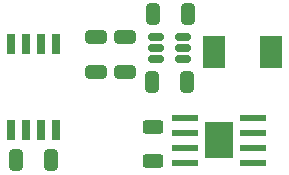
<source format=gbr>
%TF.GenerationSoftware,KiCad,Pcbnew,7.0.2-0*%
%TF.CreationDate,2023-04-20T17:34:09-07:00*%
%TF.ProjectId,RagGuard_V1,52616747-7561-4726-945f-56312e6b6963,rev?*%
%TF.SameCoordinates,Original*%
%TF.FileFunction,Paste,Top*%
%TF.FilePolarity,Positive*%
%FSLAX46Y46*%
G04 Gerber Fmt 4.6, Leading zero omitted, Abs format (unit mm)*
G04 Created by KiCad (PCBNEW 7.0.2-0) date 2023-04-20 17:34:09*
%MOMM*%
%LPD*%
G01*
G04 APERTURE LIST*
G04 Aperture macros list*
%AMRoundRect*
0 Rectangle with rounded corners*
0 $1 Rounding radius*
0 $2 $3 $4 $5 $6 $7 $8 $9 X,Y pos of 4 corners*
0 Add a 4 corners polygon primitive as box body*
4,1,4,$2,$3,$4,$5,$6,$7,$8,$9,$2,$3,0*
0 Add four circle primitives for the rounded corners*
1,1,$1+$1,$2,$3*
1,1,$1+$1,$4,$5*
1,1,$1+$1,$6,$7*
1,1,$1+$1,$8,$9*
0 Add four rect primitives between the rounded corners*
20,1,$1+$1,$2,$3,$4,$5,0*
20,1,$1+$1,$4,$5,$6,$7,0*
20,1,$1+$1,$6,$7,$8,$9,0*
20,1,$1+$1,$8,$9,$2,$3,0*%
G04 Aperture macros list end*
%ADD10RoundRect,0.250000X-0.650000X0.325000X-0.650000X-0.325000X0.650000X-0.325000X0.650000X0.325000X0*%
%ADD11RoundRect,0.250000X-0.325000X-0.650000X0.325000X-0.650000X0.325000X0.650000X-0.325000X0.650000X0*%
%ADD12R,1.903000X2.790000*%
%ADD13RoundRect,0.250000X0.625000X-0.312500X0.625000X0.312500X-0.625000X0.312500X-0.625000X-0.312500X0*%
%ADD14R,0.650000X1.700000*%
%ADD15RoundRect,0.150000X-0.512500X-0.150000X0.512500X-0.150000X0.512500X0.150000X-0.512500X0.150000X0*%
%ADD16RoundRect,0.250000X0.325000X0.650000X-0.325000X0.650000X-0.325000X-0.650000X0.325000X-0.650000X0*%
%ADD17R,2.400000X3.100000*%
%ADD18R,2.200000X0.500000*%
G04 APERTURE END LIST*
D10*
%TO.C,C3*%
X194404667Y-132836316D03*
X194404667Y-135786316D03*
%TD*%
%TO.C,C4*%
X191904667Y-132836316D03*
X191904667Y-135786316D03*
%TD*%
D11*
%TO.C,C1*%
X196654667Y-136611316D03*
X199604667Y-136611316D03*
%TD*%
D12*
%TO.C,L1*%
X201878167Y-134111316D03*
X206731167Y-134111316D03*
%TD*%
D13*
%TO.C,R1*%
X196693720Y-143351816D03*
X196693720Y-140426816D03*
%TD*%
D14*
%TO.C,U1*%
X188497667Y-133413316D03*
X187227667Y-133413316D03*
X185957667Y-133413316D03*
X184687667Y-133413316D03*
X184687667Y-140713316D03*
X185957667Y-140713316D03*
X187227667Y-140713316D03*
X188497667Y-140713316D03*
%TD*%
D15*
%TO.C,U2*%
X197009667Y-132811316D03*
X197009667Y-133761316D03*
X197009667Y-134711316D03*
X199284667Y-134711316D03*
X199284667Y-133761316D03*
X199284667Y-132811316D03*
%TD*%
D16*
%TO.C,C5*%
X188067667Y-143267604D03*
X185117667Y-143267604D03*
%TD*%
D17*
%TO.C,U3*%
X202350000Y-141575981D03*
D18*
X199475000Y-139670981D03*
X199475000Y-140940981D03*
X199475000Y-142210981D03*
X199475000Y-143480981D03*
X205225000Y-143480981D03*
X205225000Y-142210981D03*
X205225000Y-140940981D03*
X205225000Y-139670981D03*
%TD*%
D16*
%TO.C,C2*%
X199679667Y-130911316D03*
X196729667Y-130911316D03*
%TD*%
M02*

</source>
